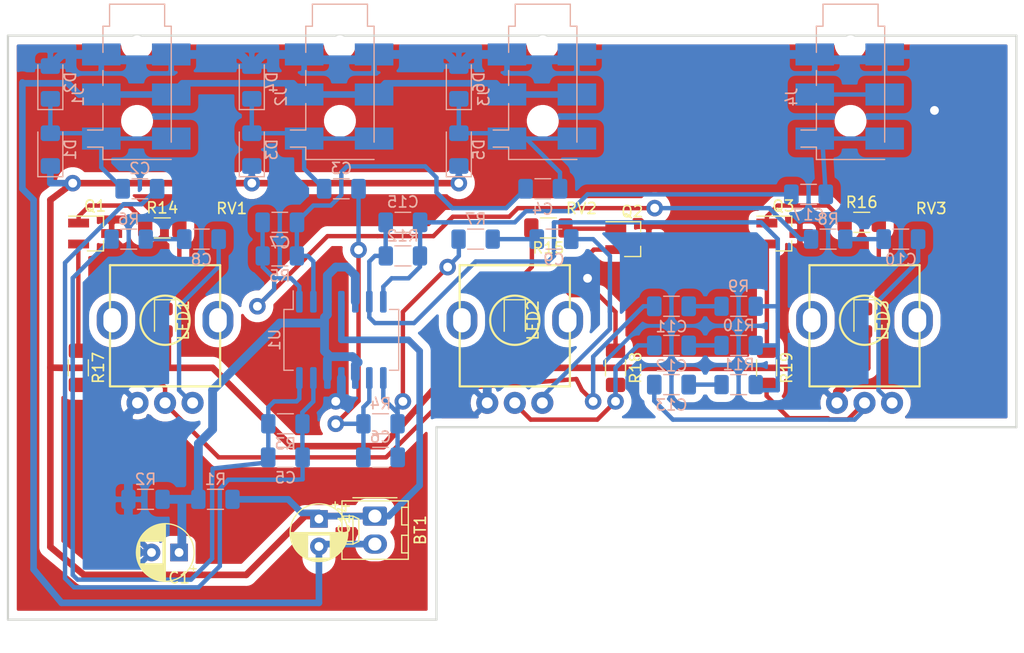
<source format=kicad_pcb>
(kicad_pcb (version 20171130) (host pcbnew 5.1.7-a382d34a8~87~ubuntu20.04.1)
  (layers (0 F.Cu signal hide) (31 B.Cu signal) (34 B.Paste user) (35 F.Paste user) (36 B.SilkS user) (37 F.SilkS user) (38 B.Mask user) (39 F.Mask user) (44 Edge.Cuts user))
  (net 0 "")
  (net 1 GNDswitch)
  (net 2 GND)
  (net 3 4.5V)
  (net 4 "Net-(C2-Pad1)")
  (net 5 "Net-(C2-Pad2)")
  (net 6 "Net-(C3-Pad2)")
  (net 7 "Net-(C3-Pad1)")
  (net 8 "Net-(C4-Pad1)")
  (net 9 "Net-(C4-Pad2)")
  (net 10 "Net-(C5-Pad1)")
  (net 11 "Net-(C6-Pad1)")
  (net 12 "Net-(C7-Pad1)")
  (net 13 "Net-(C8-Pad2)")
  (net 14 "Net-(C8-Pad1)")
  (net 15 "Net-(C9-Pad1)")
  (net 16 "Net-(C9-Pad2)")
  (net 17 "Net-(C10-Pad1)")
  (net 18 "Net-(C10-Pad2)")
  (net 19 "Net-(C11-Pad2)")
  (net 20 "Net-(C12-Pad2)")
  (net 21 "Net-(C13-Pad2)")
  (net 22 "Net-(C15-Pad2)")
  (net 23 "Net-(C15-Pad1)")
  (net 24 "Net-(C17-Pad2)")
  (net 25 +9V)
  (net 26 "Net-(LED1-Pad1)")
  (net 27 "Net-(LED2-Pad1)")
  (net 28 "Net-(LED3-Pad1)")
  (net 29 "Net-(J4-PadR)")
  (net 30 "Net-(Q1-Pad2)")
  (net 31 "Net-(Q1-Pad1)")
  (net 32 "Net-(Q2-Pad1)")
  (net 33 "Net-(Q2-Pad2)")
  (net 34 "Net-(Q3-Pad2)")
  (net 35 "Net-(Q3-Pad1)")
  (net 36 Sig1)
  (net 37 Sig2)
  (net 38 Sig3)
  (module Capacitor_THT:CP_Radial_D5.0mm_P2.50mm (layer F.Cu) (at 55.88 101.092 180)
    (fp_text reference C1 (at 0 -2.3) (layer F.SilkS))
    (fp_text value 10uF)
    (pad 2 thru_hole circle (at 2.5 0 180) (size 1.6 1.6) (drill 0.8) (layers *.Cu *.Mask) (net 2 GND))
    (pad 1 thru_hole rect (at 0 0 180) (size 1.6 1.6) (drill 0.8) (layers *.Cu *.Mask) (net 3 4.5V))
  )
  (module Capacitor_THT:CP_Radial_D5.0mm_P2.50mm (layer F.Cu) (at 68.58 98.044 270)
    (fp_text reference C14 (at 0 -2.3 270) (layer F.SilkS))
    (fp_text value 100uF)
    (pad 2 thru_hole circle (at 2.5 0 270) (size 1.6 1.6) (drill 0.8) (layers *.Cu *.Mask) (net 1 GNDswitch))
    (pad 1 thru_hole rect (at 0 0 270) (size 1.6 1.6) (drill 0.8) (layers *.Cu *.Mask) (net 25 +9V))
  )
  (module Connector_Molex:Molex_KK-254_AE-6410-02A_1x02_P2.54mm_Vertical (layer F.Cu) (at 73.66 97.79 270)
    (fp_text reference BT1 (at 1.27 -4.12 90) (layer F.SilkS))
    (fp_text value Battery)
    (pad 1 thru_hole roundrect (at 0 0 270) (size 1.74 2.19) (drill 1.19) (layers *.Cu *.Mask) (roundrect_rratio 0.1436775862068966) (net 25 +9V))
    (pad 2 thru_hole oval (at 2.54 0 270) (size 1.74 2.19) (drill 1.19) (layers *.Cu *.Mask) (net 1 GNDswitch))
  )
  (module Diode_SMD:D_1206_3216Metric_Pad1.42x1.75mm_HandSolder (layer B.Cu) (at 44.196 64.516 90)
    (fp_text reference D1 (at 0 1.82 90) (layer B.SilkS) (effects (justify mirror)))
    (fp_text value 1N4148)
    (pad 2 smd roundrect (at 1.4875 0 90) (size 1.425 1.75) (layers B.Cu B.Paste B.Mask) (roundrect_rratio 0.1754385964912281) (net 5 "Net-(C2-Pad2)"))
    (pad 1 smd roundrect (at -1.4875 0 90) (size 1.425 1.75) (layers B.Cu B.Paste B.Mask) (roundrect_rratio 0.1754385964912281) (net 25 +9V))
  )
  (module Diode_SMD:D_1206_3216Metric_Pad1.42x1.75mm_HandSolder (layer B.Cu) (at 44.196 58.42 90)
    (fp_text reference D2 (at 0 1.82 90) (layer B.SilkS) (effects (justify mirror)))
    (fp_text value 1N4148)
    (pad 1 smd roundrect (at -1.4875 0 90) (size 1.425 1.75) (layers B.Cu B.Paste B.Mask) (roundrect_rratio 0.1754385964912281) (net 5 "Net-(C2-Pad2)"))
    (pad 2 smd roundrect (at 1.4875 0 90) (size 1.425 1.75) (layers B.Cu B.Paste B.Mask) (roundrect_rratio 0.1754385964912281) (net 2 GND))
  )
  (module Diode_SMD:D_1206_3216Metric_Pad1.42x1.75mm_HandSolder (layer B.Cu) (at 62.484 64.516 90)
    (fp_text reference D3 (at 0 1.82 90) (layer B.SilkS) (effects (justify mirror)))
    (fp_text value 1N4148)
    (pad 2 smd roundrect (at 1.4875 0 90) (size 1.425 1.75) (layers B.Cu B.Paste B.Mask) (roundrect_rratio 0.1754385964912281) (net 6 "Net-(C3-Pad2)"))
    (pad 1 smd roundrect (at -1.4875 0 90) (size 1.425 1.75) (layers B.Cu B.Paste B.Mask) (roundrect_rratio 0.1754385964912281) (net 25 +9V))
  )
  (module Diode_SMD:D_1206_3216Metric_Pad1.42x1.75mm_HandSolder (layer B.Cu) (at 62.484 58.42 90)
    (fp_text reference D4 (at 0 1.82 90) (layer B.SilkS) (effects (justify mirror)))
    (fp_text value 1N4148)
    (pad 1 smd roundrect (at -1.4875 0 90) (size 1.425 1.75) (layers B.Cu B.Paste B.Mask) (roundrect_rratio 0.1754385964912281) (net 6 "Net-(C3-Pad2)"))
    (pad 2 smd roundrect (at 1.4875 0 90) (size 1.425 1.75) (layers B.Cu B.Paste B.Mask) (roundrect_rratio 0.1754385964912281) (net 2 GND))
  )
  (module Diode_SMD:D_1206_3216Metric_Pad1.42x1.75mm_HandSolder (layer B.Cu) (at 81.28 64.516 90)
    (fp_text reference D5 (at 0 1.82 90) (layer B.SilkS) (effects (justify mirror)))
    (fp_text value 1N4148)
    (pad 1 smd roundrect (at -1.4875 0 90) (size 1.425 1.75) (layers B.Cu B.Paste B.Mask) (roundrect_rratio 0.1754385964912281) (net 25 +9V))
    (pad 2 smd roundrect (at 1.4875 0 90) (size 1.425 1.75) (layers B.Cu B.Paste B.Mask) (roundrect_rratio 0.1754385964912281) (net 9 "Net-(C4-Pad2)"))
  )
  (module Diode_SMD:D_1206_3216Metric_Pad1.42x1.75mm_HandSolder (layer B.Cu) (at 81.28 58.42 90)
    (fp_text reference D6 (at 0 1.82 90) (layer B.SilkS) (effects (justify mirror)))
    (fp_text value 1N4148)
    (pad 2 smd roundrect (at 1.4875 0 90) (size 1.425 1.75) (layers B.Cu B.Paste B.Mask) (roundrect_rratio 0.1754385964912281) (net 2 GND))
    (pad 1 smd roundrect (at -1.4875 0 90) (size 1.425 1.75) (layers B.Cu B.Paste B.Mask) (roundrect_rratio 0.1754385964912281) (net 9 "Net-(C4-Pad2)"))
  )
  (module LED_SMD:LED_0805_2012Metric_Pad1.15x1.40mm_HandSolder (layer F.Cu) (at 54.61 80.01 270)
    (fp_text reference LED1 (at 0 -1.65 90) (layer F.SilkS))
    (fp_text value LED1)
    (pad 1 smd roundrect (at -1.025 0 270) (size 1.15 1.4) (layers F.Cu F.Paste F.Mask) (roundrect_rratio 0.2173904347826087) (net 26 "Net-(LED1-Pad1)"))
    (pad 2 smd roundrect (at 1.025 0 270) (size 1.15 1.4) (layers F.Cu F.Paste F.Mask) (roundrect_rratio 0.2173904347826087) (net 25 +9V))
  )
  (module LED_SMD:LED_0805_2012Metric_Pad1.15x1.40mm_HandSolder (layer F.Cu) (at 86.36 80.01 270)
    (fp_text reference LED2 (at 0 -1.65 90) (layer F.SilkS))
    (fp_text value LED2)
    (pad 1 smd roundrect (at -1.025 0 270) (size 1.15 1.4) (layers F.Cu F.Paste F.Mask) (roundrect_rratio 0.2173904347826087) (net 27 "Net-(LED2-Pad1)"))
    (pad 2 smd roundrect (at 1.025 0 270) (size 1.15 1.4) (layers F.Cu F.Paste F.Mask) (roundrect_rratio 0.2173904347826087) (net 25 +9V))
  )
  (module LED_SMD:LED_0805_2012Metric_Pad1.15x1.40mm_HandSolder (layer F.Cu) (at 118.11 80.01 270)
    (fp_text reference LED3 (at 0 -1.65 90) (layer F.SilkS))
    (fp_text value LED3)
    (pad 2 smd roundrect (at 1.025 0 270) (size 1.15 1.4) (layers F.Cu F.Paste F.Mask) (roundrect_rratio 0.2173904347826087) (net 25 +9V))
    (pad 1 smd roundrect (at -1.025 0 270) (size 1.15 1.4) (layers F.Cu F.Paste F.Mask) (roundrect_rratio 0.2173904347826087) (net 28 "Net-(LED3-Pad1)"))
  )
  (module Resistor_SMD:R_1206_3216Metric_Pad1.30x1.75mm_HandSolder (layer B.Cu) (at 59.182 96.266 180)
    (fp_text reference R1 (at 0 1.82) (layer B.SilkS) (effects (justify mirror)))
    (fp_text value 10k)
    (pad 2 smd roundrect (at 1.55 0 180) (size 1.3 1.75) (layers B.Cu B.Paste B.Mask) (roundrect_rratio 0.1923076923076923) (net 3 4.5V))
    (pad 1 smd roundrect (at -1.55 0 180) (size 1.3 1.75) (layers B.Cu B.Paste B.Mask) (roundrect_rratio 0.1923076923076923) (net 25 +9V))
  )
  (module Resistor_SMD:R_1206_3216Metric_Pad1.30x1.75mm_HandSolder (layer B.Cu) (at 52.832 96.266 180)
    (fp_text reference R2 (at 0 1.82) (layer B.SilkS) (effects (justify mirror)))
    (fp_text value 10k)
    (pad 1 smd roundrect (at -1.55 0 180) (size 1.3 1.75) (layers B.Cu B.Paste B.Mask) (roundrect_rratio 0.1923076923076923) (net 3 4.5V))
    (pad 2 smd roundrect (at 1.55 0 180) (size 1.3 1.75) (layers B.Cu B.Paste B.Mask) (roundrect_rratio 0.1923076923076923) (net 2 GND))
  )
  (module Resistor_SMD:R_1206_3216Metric_Pad1.30x1.75mm_HandSolder (layer B.Cu) (at 65.532 89.408)
    (fp_text reference R3 (at 0 1.82) (layer B.SilkS) (effects (justify mirror)))
    (fp_text value 2.2M)
    (pad 2 smd roundrect (at 1.55 0) (size 1.3 1.75) (layers B.Cu B.Paste B.Mask) (roundrect_rratio 0.1923076923076923) (net 4 "Net-(C2-Pad1)"))
    (pad 1 smd roundrect (at -1.55 0) (size 1.3 1.75) (layers B.Cu B.Paste B.Mask) (roundrect_rratio 0.1923076923076923) (net 10 "Net-(C5-Pad1)"))
  )
  (module Resistor_SMD:R_1206_3216Metric_Pad1.30x1.75mm_HandSolder (layer B.Cu) (at 74.168 89.408 180)
    (fp_text reference R4 (at 0 1.82) (layer B.SilkS) (effects (justify mirror)))
    (fp_text value 2.2M)
    (pad 1 smd roundrect (at -1.55 0 180) (size 1.3 1.75) (layers B.Cu B.Paste B.Mask) (roundrect_rratio 0.1923076923076923) (net 11 "Net-(C6-Pad1)"))
    (pad 2 smd roundrect (at 1.55 0 180) (size 1.3 1.75) (layers B.Cu B.Paste B.Mask) (roundrect_rratio 0.1923076923076923) (net 7 "Net-(C3-Pad1)"))
  )
  (module Resistor_SMD:R_1206_3216Metric_Pad1.30x1.75mm_HandSolder (layer B.Cu) (at 65.024 74.168)
    (fp_text reference R5 (at 0 1.82) (layer B.SilkS) (effects (justify mirror)))
    (fp_text value 2.2M)
    (pad 2 smd roundrect (at 1.55 0) (size 1.3 1.75) (layers B.Cu B.Paste B.Mask) (roundrect_rratio 0.1923076923076923) (net 8 "Net-(C4-Pad1)"))
    (pad 1 smd roundrect (at -1.55 0) (size 1.3 1.75) (layers B.Cu B.Paste B.Mask) (roundrect_rratio 0.1923076923076923) (net 12 "Net-(C7-Pad1)"))
  )
  (module Resistor_SMD:R_1206_3216Metric_Pad1.30x1.75mm_HandSolder (layer B.Cu) (at 51.308 72.644 180)
    (fp_text reference R6 (at 0 1.82) (layer B.SilkS) (effects (justify mirror)))
    (fp_text value 1k)
    (pad 1 smd roundrect (at -1.55 0 180) (size 1.3 1.75) (layers B.Cu B.Paste B.Mask) (roundrect_rratio 0.1923076923076923) (net 14 "Net-(C8-Pad1)"))
    (pad 2 smd roundrect (at 1.55 0 180) (size 1.3 1.75) (layers B.Cu B.Paste B.Mask) (roundrect_rratio 0.1923076923076923) (net 10 "Net-(C5-Pad1)"))
  )
  (module Resistor_SMD:R_1206_3216Metric_Pad1.30x1.75mm_HandSolder (layer B.Cu) (at 82.804 72.644 180)
    (fp_text reference R7 (at 0 1.82) (layer B.SilkS) (effects (justify mirror)))
    (fp_text value 1k)
    (pad 2 smd roundrect (at 1.55 0 180) (size 1.3 1.75) (layers B.Cu B.Paste B.Mask) (roundrect_rratio 0.1923076923076923) (net 11 "Net-(C6-Pad1)"))
    (pad 1 smd roundrect (at -1.55 0 180) (size 1.3 1.75) (layers B.Cu B.Paste B.Mask) (roundrect_rratio 0.1923076923076923) (net 15 "Net-(C9-Pad1)"))
  )
  (module Resistor_SMD:R_1206_3216Metric_Pad1.30x1.75mm_HandSolder (layer B.Cu) (at 114.808 72.644 180)
    (fp_text reference R8 (at 0 1.82) (layer B.SilkS) (effects (justify mirror)))
    (fp_text value 1k)
    (pad 2 smd roundrect (at 1.55 0 180) (size 1.3 1.75) (layers B.Cu B.Paste B.Mask) (roundrect_rratio 0.1923076923076923) (net 12 "Net-(C7-Pad1)"))
    (pad 1 smd roundrect (at -1.55 0 180) (size 1.3 1.75) (layers B.Cu B.Paste B.Mask) (roundrect_rratio 0.1923076923076923) (net 17 "Net-(C10-Pad1)"))
  )
  (module Resistor_SMD:R_1206_3216Metric_Pad1.30x1.75mm_HandSolder (layer B.Cu) (at 106.68 78.74 180)
    (fp_text reference R9 (at 0 1.82) (layer B.SilkS) (effects (justify mirror)))
    (fp_text value 10k)
    (pad 2 smd roundrect (at 1.55 0 180) (size 1.3 1.75) (layers B.Cu B.Paste B.Mask) (roundrect_rratio 0.1923076923076923) (net 19 "Net-(C11-Pad2)"))
    (pad 1 smd roundrect (at -1.55 0 180) (size 1.3 1.75) (layers B.Cu B.Paste B.Mask) (roundrect_rratio 0.1923076923076923) (net 22 "Net-(C15-Pad2)"))
  )
  (module Resistor_SMD:R_1206_3216Metric_Pad1.30x1.75mm_HandSolder (layer B.Cu) (at 106.68 82.296 180)
    (fp_text reference R10 (at 0 1.82) (layer B.SilkS) (effects (justify mirror)))
    (fp_text value 10k)
    (pad 1 smd roundrect (at -1.55 0 180) (size 1.3 1.75) (layers B.Cu B.Paste B.Mask) (roundrect_rratio 0.1923076923076923) (net 22 "Net-(C15-Pad2)"))
    (pad 2 smd roundrect (at 1.55 0 180) (size 1.3 1.75) (layers B.Cu B.Paste B.Mask) (roundrect_rratio 0.1923076923076923) (net 20 "Net-(C12-Pad2)"))
  )
  (module Resistor_SMD:R_1206_3216Metric_Pad1.30x1.75mm_HandSolder (layer B.Cu) (at 106.68 85.852 180)
    (fp_text reference R11 (at 0 1.82) (layer B.SilkS) (effects (justify mirror)))
    (fp_text value 10k)
    (pad 1 smd roundrect (at -1.55 0 180) (size 1.3 1.75) (layers B.Cu B.Paste B.Mask) (roundrect_rratio 0.1923076923076923) (net 22 "Net-(C15-Pad2)"))
    (pad 2 smd roundrect (at 1.55 0 180) (size 1.3 1.75) (layers B.Cu B.Paste B.Mask) (roundrect_rratio 0.1923076923076923) (net 21 "Net-(C13-Pad2)"))
  )
  (module Resistor_SMD:R_1206_3216Metric_Pad1.30x1.75mm_HandSolder (layer B.Cu) (at 76.2 74.168 180)
    (fp_text reference R12 (at 0 1.82) (layer B.SilkS) (effects (justify mirror)))
    (fp_text value 10k)
    (pad 1 smd roundrect (at -1.55 0 180) (size 1.3 1.75) (layers B.Cu B.Paste B.Mask) (roundrect_rratio 0.1923076923076923) (net 23 "Net-(C15-Pad1)"))
    (pad 2 smd roundrect (at 1.55 0 180) (size 1.3 1.75) (layers B.Cu B.Paste B.Mask) (roundrect_rratio 0.1923076923076923) (net 22 "Net-(C15-Pad2)"))
  )
  (module Resistor_SMD:R_1206_3216Metric_Pad1.30x1.75mm_HandSolder (layer F.Cu) (at 54.356 71.628)
    (fp_text reference R14 (at 0 -1.82) (layer F.SilkS))
    (fp_text value 1k)
    (pad 2 smd roundrect (at 1.55 0) (size 1.3 1.75) (layers F.Cu F.Paste F.Mask) (roundrect_rratio 0.1923076923076923) (net 26 "Net-(LED1-Pad1)"))
    (pad 1 smd roundrect (at -1.55 0) (size 1.3 1.75) (layers F.Cu F.Paste F.Mask) (roundrect_rratio 0.1923076923076923) (net 31 "Net-(Q1-Pad1)"))
  )
  (module Resistor_SMD:R_1206_3216Metric_Pad1.30x1.75mm_HandSolder (layer F.Cu) (at 89.408 71.628 180)
    (fp_text reference R15 (at 0 -1.82) (layer F.SilkS))
    (fp_text value 1k)
    (pad 2 smd roundrect (at 1.55 0 180) (size 1.3 1.75) (layers F.Cu F.Paste F.Mask) (roundrect_rratio 0.1923076923076923) (net 27 "Net-(LED2-Pad1)"))
    (pad 1 smd roundrect (at -1.55 0 180) (size 1.3 1.75) (layers F.Cu F.Paste F.Mask) (roundrect_rratio 0.1923076923076923) (net 32 "Net-(Q2-Pad1)"))
  )
  (module Resistor_SMD:R_1206_3216Metric_Pad1.30x1.75mm_HandSolder (layer F.Cu) (at 117.856 71.12)
    (fp_text reference R16 (at 0 -1.82) (layer F.SilkS))
    (fp_text value 1k)
    (pad 1 smd roundrect (at -1.55 0) (size 1.3 1.75) (layers F.Cu F.Paste F.Mask) (roundrect_rratio 0.1923076923076923) (net 35 "Net-(Q3-Pad1)"))
    (pad 2 smd roundrect (at 1.55 0) (size 1.3 1.75) (layers F.Cu F.Paste F.Mask) (roundrect_rratio 0.1923076923076923) (net 28 "Net-(LED3-Pad1)"))
  )
  (module Package_SO:SO-14_5.3x10.2mm_P1.27mm (layer B.Cu) (at 70.612 81.788 270)
    (fp_text reference U1 (at 0 6.05 90) (layer B.SilkS) (effects (justify mirror)))
    (fp_text value TL074)
    (pad 1 smd roundrect (at -3.4625 3.81 270) (size 1.975 0.6) (layers B.Cu B.Paste B.Mask) (net 12 "Net-(C7-Pad1)"))
    (pad 2 smd roundrect (at -3.4625 2.54 270) (size 1.975 0.6) (layers B.Cu B.Paste B.Mask) (net 8 "Net-(C4-Pad1)"))
    (pad 3 smd roundrect (at -3.4625 1.27 270) (size 1.975 0.6) (layers B.Cu B.Paste B.Mask) (net 3 4.5V))
    (pad 4 smd roundrect (at -3.4625 0 270) (size 1.975 0.6) (layers B.Cu B.Paste B.Mask) (net 25 +9V))
    (pad 5 smd roundrect (at -3.4625 -1.27 270) (size 1.975 0.6) (layers B.Cu B.Paste B.Mask) (net 3 4.5V))
    (pad 6 smd roundrect (at -3.4625 -2.54 270) (size 1.975 0.6) (layers B.Cu B.Paste B.Mask) (net 22 "Net-(C15-Pad2)"))
    (pad 7 smd roundrect (at -3.4625 -3.81 270) (size 1.975 0.6) (layers B.Cu B.Paste B.Mask) (net 23 "Net-(C15-Pad1)"))
    (pad 8 smd roundrect (at 3.4625 -3.81 270) (size 1.975 0.6) (layers B.Cu B.Paste B.Mask) (net 11 "Net-(C6-Pad1)"))
    (pad 9 smd roundrect (at 3.4625 -2.54 270) (size 1.975 0.6) (layers B.Cu B.Paste B.Mask) (net 7 "Net-(C3-Pad1)"))
    (pad 10 smd roundrect (at 3.4625 -1.27 270) (size 1.975 0.6) (layers B.Cu B.Paste B.Mask) (net 3 4.5V))
    (pad 11 smd roundrect (at 3.4625 0 270) (size 1.975 0.6) (layers B.Cu B.Paste B.Mask) (net 2 GND))
    (pad 12 smd roundrect (at 3.4625 1.27 270) (size 1.975 0.6) (layers B.Cu B.Paste B.Mask) (net 3 4.5V))
    (pad 13 smd roundrect (at 3.4625 2.54 270) (size 1.975 0.6) (layers B.Cu B.Paste B.Mask) (net 4 "Net-(C2-Pad1)"))
    (pad 14 smd roundrect (at 3.4625 3.81 270) (size 1.975 0.6) (layers B.Cu B.Paste B.Mask) (net 10 "Net-(C5-Pad1)"))
  )
  (module Capacitor_SMD:C_1206_3216Metric_Pad1.33x1.80mm_HandSolder (layer B.Cu) (at 52.324 68.072 180)
    (fp_text reference C2 (at 0 1.85) (layer B.SilkS) (effects (justify mirror)))
    (fp_text value 100nF)
    (pad 1 smd roundrect (at -1.5625 0 180) (size 1.325 1.8) (layers B.Cu B.Paste B.Mask) (roundrect_rratio 0.1886784905660377) (net 4 "Net-(C2-Pad1)"))
    (pad 2 smd roundrect (at 1.5625 0 180) (size 1.325 1.8) (layers B.Cu B.Paste B.Mask) (roundrect_rratio 0.1886784905660377) (net 5 "Net-(C2-Pad2)"))
  )
  (module Capacitor_SMD:C_1206_3216Metric_Pad1.33x1.80mm_HandSolder (layer B.Cu) (at 70.612 68.072 180)
    (fp_text reference C3 (at 0 1.85) (layer B.SilkS) (effects (justify mirror)))
    (fp_text value 100nF)
    (pad 1 smd roundrect (at -1.5625 0 180) (size 1.325 1.8) (layers B.Cu B.Paste B.Mask) (roundrect_rratio 0.1886784905660377) (net 7 "Net-(C3-Pad1)"))
    (pad 2 smd roundrect (at 1.5625 0 180) (size 1.325 1.8) (layers B.Cu B.Paste B.Mask) (roundrect_rratio 0.1886784905660377) (net 6 "Net-(C3-Pad2)"))
  )
  (module Capacitor_SMD:C_1206_3216Metric_Pad1.33x1.80mm_HandSolder (layer B.Cu) (at 88.9 68.072)
    (fp_text reference C4 (at 0 1.85) (layer B.SilkS) (effects (justify mirror)))
    (fp_text value 100nF)
    (pad 1 smd roundrect (at -1.5625 0) (size 1.325 1.8) (layers B.Cu B.Paste B.Mask) (roundrect_rratio 0.1886784905660377) (net 8 "Net-(C4-Pad1)"))
    (pad 2 smd roundrect (at 1.5625 0) (size 1.325 1.8) (layers B.Cu B.Paste B.Mask) (roundrect_rratio 0.1886784905660377) (net 9 "Net-(C4-Pad2)"))
  )
  (module Capacitor_SMD:C_1206_3216Metric_Pad1.33x1.80mm_HandSolder (layer B.Cu) (at 65.532 92.456)
    (fp_text reference C5 (at 0 1.85) (layer B.SilkS) (effects (justify mirror)))
    (fp_text value 1nF)
    (pad 2 smd roundrect (at 1.5625 0) (size 1.325 1.8) (layers B.Cu B.Paste B.Mask) (roundrect_rratio 0.1886784905660377) (net 4 "Net-(C2-Pad1)"))
    (pad 1 smd roundrect (at -1.5625 0) (size 1.325 1.8) (layers B.Cu B.Paste B.Mask) (roundrect_rratio 0.1886784905660377) (net 10 "Net-(C5-Pad1)"))
  )
  (module Capacitor_SMD:C_1206_3216Metric_Pad1.33x1.80mm_HandSolder (layer B.Cu) (at 74.168 92.456 180)
    (fp_text reference C6 (at 0 1.85) (layer B.SilkS) (effects (justify mirror)))
    (fp_text value 1nF)
    (pad 1 smd roundrect (at -1.5625 0 180) (size 1.325 1.8) (layers B.Cu B.Paste B.Mask) (roundrect_rratio 0.1886784905660377) (net 11 "Net-(C6-Pad1)"))
    (pad 2 smd roundrect (at 1.5625 0 180) (size 1.325 1.8) (layers B.Cu B.Paste B.Mask) (roundrect_rratio 0.1886784905660377) (net 7 "Net-(C3-Pad1)"))
  )
  (module Capacitor_SMD:C_1206_3216Metric_Pad1.33x1.80mm_HandSolder (layer B.Cu) (at 65.024 71.12)
    (fp_text reference C7 (at 0 1.85) (layer B.SilkS) (effects (justify mirror)))
    (fp_text value 1nF)
    (pad 2 smd roundrect (at 1.5625 0) (size 1.325 1.8) (layers B.Cu B.Paste B.Mask) (roundrect_rratio 0.1886784905660377) (net 8 "Net-(C4-Pad1)"))
    (pad 1 smd roundrect (at -1.5625 0) (size 1.325 1.8) (layers B.Cu B.Paste B.Mask) (roundrect_rratio 0.1886784905660377) (net 12 "Net-(C7-Pad1)"))
  )
  (module Capacitor_SMD:C_1206_3216Metric_Pad1.33x1.80mm_HandSolder (layer B.Cu) (at 57.912 72.644)
    (fp_text reference C8 (at 0 1.85) (layer B.SilkS) (effects (justify mirror)))
    (fp_text value 1uF)
    (pad 1 smd roundrect (at -1.5625 0) (size 1.325 1.8) (layers B.Cu B.Paste B.Mask) (roundrect_rratio 0.1886784905660377) (net 14 "Net-(C8-Pad1)"))
    (pad 2 smd roundrect (at 1.5625 0) (size 1.325 1.8) (layers B.Cu B.Paste B.Mask) (roundrect_rratio 0.1886784905660377) (net 13 "Net-(C8-Pad2)"))
  )
  (module Capacitor_SMD:C_1206_3216Metric_Pad1.33x1.80mm_HandSolder (layer B.Cu) (at 89.916 72.644)
    (fp_text reference C9 (at 0 1.85) (layer B.SilkS) (effects (justify mirror)))
    (fp_text value 1uF)
    (pad 1 smd roundrect (at -1.5625 0) (size 1.325 1.8) (layers B.Cu B.Paste B.Mask) (roundrect_rratio 0.1886784905660377) (net 15 "Net-(C9-Pad1)"))
    (pad 2 smd roundrect (at 1.5625 0) (size 1.325 1.8) (layers B.Cu B.Paste B.Mask) (roundrect_rratio 0.1886784905660377) (net 16 "Net-(C9-Pad2)"))
  )
  (module Capacitor_SMD:C_1206_3216Metric_Pad1.33x1.80mm_HandSolder (layer B.Cu) (at 121.412 72.644)
    (fp_text reference C10 (at 0 1.85) (layer B.SilkS) (effects (justify mirror)))
    (fp_text value 1uF)
    (pad 2 smd roundrect (at 1.5625 0) (size 1.325 1.8) (layers B.Cu B.Paste B.Mask) (roundrect_rratio 0.1886784905660377) (net 18 "Net-(C10-Pad2)"))
    (pad 1 smd roundrect (at -1.5625 0) (size 1.325 1.8) (layers B.Cu B.Paste B.Mask) (roundrect_rratio 0.1886784905660377) (net 17 "Net-(C10-Pad1)"))
  )
  (module Capacitor_SMD:C_1206_3216Metric_Pad1.33x1.80mm_HandSolder (layer B.Cu) (at 100.584 78.74)
    (fp_text reference C11 (at 0 1.85) (layer B.SilkS) (effects (justify mirror)))
    (fp_text value 1uF)
    (pad 2 smd roundrect (at 1.5625 0) (size 1.325 1.8) (layers B.Cu B.Paste B.Mask) (roundrect_rratio 0.1886784905660377) (net 19 "Net-(C11-Pad2)"))
    (pad 1 smd roundrect (at -1.5625 0) (size 1.325 1.8) (layers B.Cu B.Paste B.Mask) (roundrect_rratio 0.1886784905660377) (net 36 Sig1))
  )
  (module Capacitor_SMD:C_1206_3216Metric_Pad1.33x1.80mm_HandSolder (layer B.Cu) (at 100.584 82.296)
    (fp_text reference C12 (at 0 1.85) (layer B.SilkS) (effects (justify mirror)))
    (fp_text value 1uF)
    (pad 2 smd roundrect (at 1.5625 0) (size 1.325 1.8) (layers B.Cu B.Paste B.Mask) (roundrect_rratio 0.1886784905660377) (net 20 "Net-(C12-Pad2)"))
    (pad 1 smd roundrect (at -1.5625 0) (size 1.325 1.8) (layers B.Cu B.Paste B.Mask) (roundrect_rratio 0.1886784905660377) (net 37 Sig2))
  )
  (module Capacitor_SMD:C_1206_3216Metric_Pad1.33x1.80mm_HandSolder (layer B.Cu) (at 100.584 85.852)
    (fp_text reference C13 (at 0 1.85) (layer B.SilkS) (effects (justify mirror)))
    (fp_text value 1uF)
    (pad 2 smd roundrect (at 1.5625 0) (size 1.325 1.8) (layers B.Cu B.Paste B.Mask) (roundrect_rratio 0.1886784905660377) (net 21 "Net-(C13-Pad2)"))
    (pad 1 smd roundrect (at -1.5625 0) (size 1.325 1.8) (layers B.Cu B.Paste B.Mask) (roundrect_rratio 0.1886784905660377) (net 38 Sig3))
  )
  (module Capacitor_SMD:C_1206_3216Metric_Pad1.33x1.80mm_HandSolder (layer B.Cu) (at 76.2 71.12 180)
    (fp_text reference C15 (at 0 1.85) (layer B.SilkS) (effects (justify mirror)))
    (fp_text value 100pF)
    (pad 2 smd roundrect (at 1.5625 0 180) (size 1.325 1.8) (layers B.Cu B.Paste B.Mask) (roundrect_rratio 0.1886784905660377) (net 22 "Net-(C15-Pad2)"))
    (pad 1 smd roundrect (at -1.5625 0 180) (size 1.325 1.8) (layers B.Cu B.Paste B.Mask) (roundrect_rratio 0.1886784905660377) (net 23 "Net-(C15-Pad1)"))
  )
  (module Capacitor_SMD:C_1206_3216Metric_Pad1.33x1.80mm_HandSolder (layer B.Cu) (at 113.03 68.58)
    (fp_text reference C17 (at 0 1.85) (layer B.SilkS) (effects (justify mirror)))
    (fp_text value 10uF)
    (pad 1 smd roundrect (at -1.5625 0) (size 1.325 1.8) (layers B.Cu B.Paste B.Mask) (roundrect_rratio 0.1886784905660377) (net 23 "Net-(C15-Pad1)"))
    (pad 2 smd roundrect (at 1.5625 0) (size 1.325 1.8) (layers B.Cu B.Paste B.Mask) (roundrect_rratio 0.1886784905660377) (net 24 "Net-(C17-Pad2)"))
  )
  (module 3Channel-PiezoAmp:Jack_3.5mm_dusjagr_Horizontal (layer B.Cu) (at 52.07 59.69 270)
    (fp_text reference J1 (at 0.05 5.35 90) (layer B.SilkS) (effects (justify mirror)))
    (fp_text value InputJack1)
    (pad R smd rect (at -0.175 -3.1 270) (size 2 3.5) (layers B.Cu B.Paste B.Mask) (net 1 GNDswitch))
    (pad T smd rect (at 3.825 -3.1 270) (size 2 3.5) (layers B.Cu B.Paste B.Mask) (net 5 "Net-(C2-Pad2)"))
    (pad S smd rect (at -3.81 -3.1 270) (size 2 3.5) (layers B.Cu B.Paste B.Mask) (net 2 GND))
    (pad S smd rect (at -3.81 3.25 270) (size 2 3.5) (layers B.Cu B.Paste B.Mask) (net 2 GND))
    (pad T smd rect (at 3.825 3.25 270) (size 2 3.5) (layers B.Cu B.Paste B.Mask) (net 5 "Net-(C2-Pad2)"))
    (pad R smd rect (at -0.175 3.25 270) (size 2 3.5) (layers B.Cu B.Paste B.Mask) (net 1 GNDswitch))
    (pad "" np_thru_hole circle (at -4.775 0 270) (size 1.5 1.5) (drill 1.5) (layers *.Cu *.Mask))
    (pad "" np_thru_hole circle (at 2.225 0 270) (size 1.5 1.5) (drill 1.5) (layers *.Cu *.Mask))
  )
  (module 3Channel-PiezoAmp:Jack_3.5mm_dusjagr_Horizontal (layer B.Cu) (at 70.485 59.69 270)
    (fp_text reference J2 (at 0.05 5.35 90) (layer B.SilkS) (effects (justify mirror)))
    (fp_text value InputJack2)
    (pad "" np_thru_hole circle (at 2.225 0 270) (size 1.5 1.5) (drill 1.5) (layers *.Cu *.Mask))
    (pad "" np_thru_hole circle (at -4.775 0 270) (size 1.5 1.5) (drill 1.5) (layers *.Cu *.Mask))
    (pad R smd rect (at -0.175 3.25 270) (size 2 3.5) (layers B.Cu B.Paste B.Mask) (net 1 GNDswitch))
    (pad T smd rect (at 3.825 3.25 270) (size 2 3.5) (layers B.Cu B.Paste B.Mask) (net 6 "Net-(C3-Pad2)"))
    (pad S smd rect (at -3.81 3.25 270) (size 2 3.5) (layers B.Cu B.Paste B.Mask) (net 2 GND))
    (pad S smd rect (at -3.81 -3.1 270) (size 2 3.5) (layers B.Cu B.Paste B.Mask) (net 2 GND))
    (pad T smd rect (at 3.825 -3.1 270) (size 2 3.5) (layers B.Cu B.Paste B.Mask) (net 6 "Net-(C3-Pad2)"))
    (pad R smd rect (at -0.175 -3.1 270) (size 2 3.5) (layers B.Cu B.Paste B.Mask) (net 1 GNDswitch))
  )
  (module 3Channel-PiezoAmp:Jack_3.5mm_dusjagr_Horizontal (layer B.Cu) (at 88.9 59.69 270)
    (fp_text reference J3 (at 0.05 5.35 90) (layer B.SilkS) (effects (justify mirror)))
    (fp_text value InputJack3)
    (pad R smd rect (at -0.175 -3.1 270) (size 2 3.5) (layers B.Cu B.Paste B.Mask) (net 1 GNDswitch))
    (pad T smd rect (at 3.825 -3.1 270) (size 2 3.5) (layers B.Cu B.Paste B.Mask) (net 9 "Net-(C4-Pad2)"))
    (pad S smd rect (at -3.81 -3.1 270) (size 2 3.5) (layers B.Cu B.Paste B.Mask) (net 2 GND))
    (pad S smd rect (at -3.81 3.25 270) (size 2 3.5) (layers B.Cu B.Paste B.Mask) (net 2 GND))
    (pad T smd rect (at 3.825 3.25 270) (size 2 3.5) (layers B.Cu B.Paste B.Mask) (net 9 "Net-(C4-Pad2)"))
    (pad R smd rect (at -0.175 3.25 270) (size 2 3.5) (layers B.Cu B.Paste B.Mask) (net 1 GNDswitch))
    (pad "" np_thru_hole circle (at -4.775 0 270) (size 1.5 1.5) (drill 1.5) (layers *.Cu *.Mask))
    (pad "" np_thru_hole circle (at 2.225 0 270) (size 1.5 1.5) (drill 1.5) (layers *.Cu *.Mask))
  )
  (module 3Channel-PiezoAmp:Jack_3.5mm_dusjagr_Horizontal (layer B.Cu) (at 116.84 59.69 270)
    (fp_text reference J4 (at 0.05 5.35 90) (layer B.SilkS) (effects (justify mirror)))
    (fp_text value OutputJack1)
    (pad "" np_thru_hole circle (at 2.225 0 270) (size 1.5 1.5) (drill 1.5) (layers *.Cu *.Mask))
    (pad "" np_thru_hole circle (at -4.775 0 270) (size 1.5 1.5) (drill 1.5) (layers *.Cu *.Mask))
    (pad R smd rect (at -0.175 3.25 270) (size 2 3.5) (layers B.Cu B.Paste B.Mask) (net 29 "Net-(J4-PadR)"))
    (pad T smd rect (at 3.825 3.25 270) (size 2 3.5) (layers B.Cu B.Paste B.Mask) (net 24 "Net-(C17-Pad2)"))
    (pad S smd rect (at -3.81 3.25 270) (size 2 3.5) (layers B.Cu B.Paste B.Mask) (net 2 GND))
    (pad S smd rect (at -3.81 -3.1 270) (size 2 3.5) (layers B.Cu B.Paste B.Mask) (net 2 GND))
    (pad T smd rect (at 3.825 -3.1 270) (size 2 3.5) (layers B.Cu B.Paste B.Mask) (net 24 "Net-(C17-Pad2)"))
    (pad R smd rect (at -0.175 -3.1 270) (size 2 3.5) (layers B.Cu B.Paste B.Mask) (net 29 "Net-(J4-PadR)"))
  )
  (module Resistor_SMD:R_1206_3216Metric_Pad1.30x1.75mm_HandSolder (layer F.Cu) (at 46.736 84.328 270)
    (fp_text reference R17 (at 0 -1.82 90) (layer F.SilkS))
    (fp_text value 4.7k)
    (pad 2 smd roundrect (at 1.55 0 270) (size 1.3 1.75) (layers F.Cu F.Paste F.Mask) (roundrect_rratio 0.192308) (net 36 Sig1))
    (pad 1 smd roundrect (at -1.55 0 270) (size 1.3 1.75) (layers F.Cu F.Paste F.Mask) (roundrect_rratio 0.192308) (net 30 "Net-(Q1-Pad2)"))
  )
  (module Resistor_SMD:R_1206_3216Metric_Pad1.30x1.75mm_HandSolder (layer F.Cu) (at 95.504 84.328 270)
    (fp_text reference R18 (at 0 -1.82 90) (layer F.SilkS))
    (fp_text value 4.7k)
    (pad 1 smd roundrect (at -1.55 0 270) (size 1.3 1.75) (layers F.Cu F.Paste F.Mask) (roundrect_rratio 0.192308) (net 33 "Net-(Q2-Pad2)"))
    (pad 2 smd roundrect (at 1.55 0 270) (size 1.3 1.75) (layers F.Cu F.Paste F.Mask) (roundrect_rratio 0.192308) (net 37 Sig2))
  )
  (module Resistor_SMD:R_1206_3216Metric_Pad1.30x1.75mm_HandSolder (layer F.Cu) (at 109.22 84.328 270)
    (fp_text reference R19 (at 0 -1.82 90) (layer F.SilkS))
    (fp_text value 4.7k)
    (pad 2 smd roundrect (at 1.55 0 270) (size 1.3 1.75) (layers F.Cu F.Paste F.Mask) (roundrect_rratio 0.192308) (net 38 Sig3))
    (pad 1 smd roundrect (at -1.55 0 270) (size 1.3 1.75) (layers F.Cu F.Paste F.Mask) (roundrect_rratio 0.192308) (net 34 "Net-(Q3-Pad2)"))
  )
  (module Package_TO_SOT_SMD:SOT-23_Handsoldering (layer F.Cu) (at 48.26 72.136)
    (fp_text reference Q1 (at 0 -2.5) (layer F.SilkS))
    (fp_text value BC547)
    (pad 1 smd rect (at -1.5 -0.95) (size 1.9 0.8) (layers F.Cu F.Paste F.Mask) (net 31 "Net-(Q1-Pad1)"))
    (pad 2 smd rect (at -1.5 0.95) (size 1.9 0.8) (layers F.Cu F.Paste F.Mask) (net 30 "Net-(Q1-Pad2)"))
    (pad 3 smd rect (at 1.5 0) (size 1.9 0.8) (layers F.Cu F.Paste F.Mask) (net 2 GND))
  )
  (module Package_TO_SOT_SMD:SOT-23_Handsoldering (layer F.Cu) (at 97.028 72.644)
    (fp_text reference Q2 (at 0 -2.5) (layer F.SilkS))
    (fp_text value BC547)
    (pad 3 smd rect (at 1.5 0) (size 1.9 0.8) (layers F.Cu F.Paste F.Mask) (net 2 GND))
    (pad 2 smd rect (at -1.5 0.95) (size 1.9 0.8) (layers F.Cu F.Paste F.Mask) (net 33 "Net-(Q2-Pad2)"))
    (pad 1 smd rect (at -1.5 -0.95) (size 1.9 0.8) (layers F.Cu F.Paste F.Mask) (net 32 "Net-(Q2-Pad1)"))
  )
  (module Package_TO_SOT_SMD:SOT-23_Handsoldering (layer F.Cu) (at 110.744 72.136)
    (fp_text reference Q3 (at 0 -2.5) (layer F.SilkS))
    (fp_text value BC547)
    (pad 1 smd rect (at -1.5 -0.95) (size 1.9 0.8) (layers F.Cu F.Paste F.Mask) (net 35 "Net-(Q3-Pad1)"))
    (pad 2 smd rect (at -1.5 0.95) (size 1.9 0.8) (layers F.Cu F.Paste F.Mask) (net 34 "Net-(Q3-Pad2)"))
    (pad 3 smd rect (at 1.5 0) (size 1.9 0.8) (layers F.Cu F.Paste F.Mask) (net 2 GND))
  )
  (module 3Channel-PiezoAmp:RD901F-ALPHA-3D (layer F.Cu) (at 54.61 80.01)
    (fp_text reference RV1 (at 6.05 -10.15) (layer F.SilkS))
    (fp_text value Pot1)
    (pad "" thru_hole oval (at 4.8 0) (size 2.8 3.5) (drill oval 1.6 2.2) (layers *.Cu *.Mask))
    (pad "" thru_hole oval (at -4.8 0) (size 2.8 3.5) (drill oval 1.6 2.2) (layers *.Cu *.Mask))
    (pad 1 thru_hole circle (at 2.5 7.5) (size 2 2) (drill 1) (layers *.Cu *.Mask) (net 13 "Net-(C8-Pad2)"))
    (pad 2 thru_hole circle (at 0 7.5) (size 2 2) (drill 1) (layers *.Cu *.Mask) (net 36 Sig1))
    (pad 3 thru_hole circle (at -2.5 7.5) (size 2 2) (drill 1) (layers *.Cu *.Mask) (net 2 GND))
  )
  (module 3Channel-PiezoAmp:RD901F-ALPHA-3D (layer F.Cu) (at 86.36 80.01)
    (fp_text reference RV2 (at 6.05 -10.15) (layer F.SilkS))
    (fp_text value Pot2)
    (pad "" thru_hole oval (at 4.8 0) (size 2.8 3.5) (drill oval 1.6 2.2) (layers *.Cu *.Mask))
    (pad "" thru_hole oval (at -4.8 0) (size 2.8 3.5) (drill oval 1.6 2.2) (layers *.Cu *.Mask))
    (pad 1 thru_hole circle (at 2.5 7.5) (size 2 2) (drill 1) (layers *.Cu *.Mask) (net 16 "Net-(C9-Pad2)"))
    (pad 2 thru_hole circle (at 0 7.5) (size 2 2) (drill 1) (layers *.Cu *.Mask) (net 37 Sig2))
    (pad 3 thru_hole circle (at -2.5 7.5) (size 2 2) (drill 1) (layers *.Cu *.Mask) (net 2 GND))
  )
  (module 3Channel-PiezoAmp:RD901F-ALPHA-3D (layer F.Cu) (at 118.11 80.01)
    (fp_text reference RV3 (at 6.05 -10.15) (layer F.SilkS))
    (fp_text value Pot3)
    (pad 3 thru_hole circle (at -2.5 7.5) (size 2 2) (drill 1) (layers *.Cu *.Mask) (net 2 GND))
    (pad 2 thru_hole circle (at 0 7.5) (size 2 2) (drill 1) (layers *.Cu *.Mask) (net 38 Sig3))
    (pad 1 thru_hole circle (at 2.5 7.5) (size 2 2) (drill 1) (layers *.Cu *.Mask) (net 18 "Net-(C10-Pad2)"))
    (pad "" thru_hole oval (at -4.8 0) (size 2.8 3.5) (drill oval 1.6 2.2) (layers *.Cu *.Mask))
    (pad "" thru_hole oval (at 4.8 0) (size 2.8 3.5) (drill oval 1.6 2.2) (layers *.Cu *.Mask))
  )
  (gr_line (start 79.248 89.717245) (end 79.248 107.188) (layer Edge.Cuts) (width 0.2))
  (gr_line (start 40.34598 107.188) (end 40.34598 54.169544) (layer Edge.Cuts) (width 0.2))
  (gr_line (start 131.893877 54.169544) (end 131.893877 89.717245) (layer Edge.Cuts) (width 0.2))
  (gr_line (start 40.34598 54.169544) (end 131.893877 54.169544) (layer Edge.Cuts) (width 0.2))
  (gr_line (start 131.893877 89.717245) (end 79.248 89.717245) (layer Edge.Cuts) (width 0.2))
  (gr_line (start 79.248 107.188) (end 40.34598 107.188) (layer Edge.Cuts) (width 0.2))
  (segment (start 68.8725 100.33) (end 68.58 100.6225) (width 0.6) (layer B.Cu) (net 1))
  (segment (start 73.66 100.33) (end 68.8725 100.33) (width 0.6) (layer B.Cu) (net 1))
  (segment (start 48.82 59.515) (end 46.815 59.515) (width 0.6) (layer B.Cu) (net 1))
  (segment (start 45.79499 58.49499) (end 41.73099 58.49499) (width 0.6) (layer B.Cu) (net 1))
  (segment (start 46.815 59.515) (end 45.79499 58.49499) (width 0.6) (layer B.Cu) (net 1))
  (segment (start 66.21499 58.49499) (end 67.235 59.515) (width 0.6) (layer B.Cu) (net 1))
  (segment (start 56.19001 58.49499) (end 66.21499 58.49499) (width 0.6) (layer B.Cu) (net 1))
  (segment (start 55.17 59.515) (end 56.19001 58.49499) (width 0.6) (layer B.Cu) (net 1))
  (segment (start 84.62999 58.49499) (end 85.65 59.515) (width 0.6) (layer B.Cu) (net 1))
  (segment (start 74.60501 58.49499) (end 84.62999 58.49499) (width 0.6) (layer B.Cu) (net 1))
  (segment (start 73.585 59.515) (end 74.60501 58.49499) (width 0.6) (layer B.Cu) (net 1))
  (segment (start 67.235 59.515) (end 73.585 59.515) (width 0.6) (layer B.Cu) (net 1))
  (segment (start 85.65 59.515) (end 92 59.515) (width 0.6) (layer B.Cu) (net 1))
  (segment (start 48.82 59.515) (end 55.17 59.515) (width 0.6) (layer B.Cu) (net 1))
  (segment (start 42.672 69.088) (end 41.656 68.072) (width 0.6) (layer B.Cu) (net 1))
  (segment (start 42.672 102.616) (end 42.672 69.088) (width 0.6) (layer B.Cu) (net 1))
  (segment (start 45.212 105.664) (end 42.672 102.616) (width 0.6) (layer B.Cu) (net 1))
  (segment (start 68.58 105.664) (end 45.212 105.664) (width 0.6) (layer B.Cu) (net 1))
  (segment (start 41.656 68.072) (end 41.656 58.42) (width 0.6) (layer B.Cu) (net 1))
  (segment (start 68.58 100.6225) (end 68.58 105.664) (width 0.6) (layer B.Cu) (net 1))
  (segment (start 51.282 96.266) (end 51.282 100.05) (width 0.8) (layer B.Cu) (net 2))
  (segment (start 51.282 88.498) (end 52.15 87.63) (width 0.8) (layer B.Cu) (net 2))
  (segment (start 51.282 96.266) (end 51.282 88.498) (width 0.8) (layer B.Cu) (net 2))
  (segment (start 45.2485 55.88) (end 44.196 56.9325) (width 0.8) (layer B.Cu) (net 2))
  (segment (start 48.82 55.88) (end 45.2485 55.88) (width 0.8) (layer B.Cu) (net 2))
  (segment (start 54.684999 56.365001) (end 55.17 55.88) (width 0.8) (layer B.Cu) (net 2))
  (segment (start 49.305001 56.365001) (end 54.684999 56.365001) (width 0.8) (layer B.Cu) (net 2))
  (segment (start 48.82 55.88) (end 49.305001 56.365001) (width 0.8) (layer B.Cu) (net 2))
  (segment (start 73.099999 56.365001) (end 73.585 55.88) (width 0.8) (layer B.Cu) (net 2))
  (segment (start 67.720001 56.365001) (end 73.099999 56.365001) (width 0.8) (layer B.Cu) (net 2))
  (segment (start 67.235 55.88) (end 67.720001 56.365001) (width 0.8) (layer B.Cu) (net 2))
  (segment (start 63.5365 55.88) (end 62.484 56.9325) (width 0.8) (layer B.Cu) (net 2))
  (segment (start 67.235 55.88) (end 63.5365 55.88) (width 0.8) (layer B.Cu) (net 2))
  (segment (start 82.3325 55.88) (end 81.28 56.9325) (width 0.8) (layer B.Cu) (net 2))
  (segment (start 85.65 55.88) (end 82.3325 55.88) (width 0.8) (layer B.Cu) (net 2))
  (segment (start 91.514999 56.365001) (end 92 55.88) (width 0.8) (layer B.Cu) (net 2))
  (segment (start 86.135001 56.365001) (end 91.514999 56.365001) (width 0.8) (layer B.Cu) (net 2))
  (segment (start 85.65 55.88) (end 86.135001 56.365001) (width 0.8) (layer B.Cu) (net 2))
  (segment (start 92 55.88) (end 113.59 55.88) (width 0.8) (layer B.Cu) (net 2))
  (segment (start 114.075001 56.365001) (end 113.59 55.88) (width 0.8) (layer B.Cu) (net 2))
  (segment (start 119.454999 56.365001) (end 114.075001 56.365001) (width 0.8) (layer B.Cu) (net 2))
  (segment (start 119.94 55.88) (end 119.454999 56.365001) (width 0.8) (layer B.Cu) (net 2))
  (segment (start 61.4315 55.88) (end 62.484 56.9325) (width 0.8) (layer B.Cu) (net 2))
  (segment (start 55.17 55.88) (end 61.4315 55.88) (width 0.8) (layer B.Cu) (net 2))
  (segment (start 80.2275 55.88) (end 81.28 56.9325) (width 0.8) (layer B.Cu) (net 2))
  (segment (start 73.585 55.88) (end 80.2275 55.88) (width 0.8) (layer B.Cu) (net 2))
  (segment (start 119.94 55.88) (end 123.444 55.88) (width 0.8) (layer B.Cu) (net 2))
  (segment (start 123.444 55.88) (end 124.46 56.896) (width 0.8) (layer B.Cu) (net 2))
  (segment (start 126.492 85.344) (end 126.492 69.596) (width 0.8) (layer F.Cu) (net 2))
  (segment (start 125.984 85.852) (end 126.492 85.344) (width 0.8) (layer F.Cu) (net 2))
  (segment (start 126.492 69.596) (end 125.476 68.58) (width 0.8) (layer F.Cu) (net 2))
  (segment (start 116.332 85.852) (end 125.984 85.852) (width 0.8) (layer F.Cu) (net 2))
  (segment (start 115.65 86.534) (end 116.332 85.852) (width 0.8) (layer F.Cu) (net 2))
  (segment (start 115.65 87.63) (end 115.65 86.534) (width 0.8) (layer F.Cu) (net 2))
  (segment (start 124.46 56.896) (end 124.46 60.96) (width 0.8) (layer B.Cu) (net 2))
  (via (at 124.46 60.96) (size 1.5) (drill 0.8) (layers F.Cu B.Cu) (net 2))
  (segment (start 124.46 68.58) (end 124.46 60.96) (width 0.8) (layer F.Cu) (net 2))
  (segment (start 125.476 68.58) (end 124.46 68.58) (width 0.8) (layer F.Cu) (net 2))
  (segment (start 51.282 100.05) (end 52.324 101.092) (width 0.8) (layer B.Cu) (net 2))
  (segment (start 70.612 85.2505) (end 70.612 86.868) (width 0.8) (layer B.Cu) (net 2))
  (via (at 70.104 87.376) (size 1.5) (drill 0.8) (layers F.Cu B.Cu) (net 2))
  (segment (start 70.612 86.868) (end 70.104 87.376) (width 0.8) (layer B.Cu) (net 2))
  (segment (start 115.316 67.056) (end 116.84 68.58) (width 0.8) (layer F.Cu) (net 2))
  (segment (start 83.86 87.51) (end 83.86 82.764) (width 0.8) (layer B.Cu) (net 2))
  (via (at 92.964 76.2) (size 1.5) (drill 0.8) (layers F.Cu B.Cu) (net 2))
  (segment (start 90.424 76.2) (end 92.964 76.2) (width 0.8) (layer B.Cu) (net 2))
  (segment (start 83.86 82.764) (end 90.424 76.2) (width 0.8) (layer B.Cu) (net 2))
  (segment (start 92.964 76.2) (end 100.076 76.2) (width 0.8) (layer F.Cu) (net 2))
  (segment (start 104.14 72.136) (end 104.14 67.056) (width 0.8) (layer F.Cu) (net 2))
  (segment (start 100.076 76.2) (end 104.14 72.136) (width 0.8) (layer F.Cu) (net 2))
  (segment (start 104.14 67.056) (end 115.316 67.056) (width 0.8) (layer F.Cu) (net 2))
  (segment (start 49.76 72.136) (end 49.76 72.62) (width 0.8) (layer F.Cu) (net 2))
  (segment (start 49.76 72.62) (end 51.308 74.168) (width 0.8) (layer F.Cu) (net 2))
  (segment (start 54.55599 72.44401) (end 54.55599 69.90401) (width 0.8) (layer F.Cu) (net 2))
  (segment (start 52.832 74.168) (end 54.55599 72.44401) (width 0.8) (layer F.Cu) (net 2))
  (segment (start 51.308 74.168) (end 52.832 74.168) (width 0.8) (layer F.Cu) (net 2))
  (segment (start 54.55599 69.90401) (end 54.864 69.596) (width 0.8) (layer F.Cu) (net 2))
  (segment (start 54.864 69.596) (end 57.912 69.596) (width 0.8) (layer F.Cu) (net 2))
  (segment (start 57.912 69.596) (end 60.96 69.596) (width 0.8) (layer F.Cu) (net 2))
  (segment (start 60.96 69.596) (end 83.312 69.596) (width 0.8) (layer F.Cu) (net 2))
  (segment (start 83.312 69.596) (end 83.312 69.088) (width 0.8) (layer F.Cu) (net 2))
  (segment (start 83.312 69.088) (end 84.328 69.088) (width 0.8) (layer F.Cu) (net 2))
  (segment (start 118.05599 68.77999) (end 117.856 68.58) (width 0.8) (layer F.Cu) (net 2))
  (segment (start 117.348 73.66) (end 118.05599 72.95201) (width 0.8) (layer F.Cu) (net 2))
  (segment (start 114.808 73.66) (end 117.348 73.66) (width 0.8) (layer F.Cu) (net 2))
  (segment (start 113.284 72.136) (end 114.808 73.66) (width 0.8) (layer F.Cu) (net 2))
  (segment (start 112.244 72.136) (end 113.284 72.136) (width 0.8) (layer F.Cu) (net 2))
  (segment (start 117.856 68.58) (end 116.84 68.58) (width 0.8) (layer F.Cu) (net 2))
  (segment (start 124.46 68.58) (end 117.856 68.58) (width 0.8) (layer F.Cu) (net 2))
  (segment (start 52.806 71.628) (end 52.806 71.146) (width 0.8) (layer F.Cu) (net 31))
  (segment (start 56.134 96.266) (end 57.632 96.266) (width 0.8) (layer B.Cu) (net 3))
  (segment (start 54.382 96.266) (end 56.134 96.266) (width 0.8) (layer B.Cu) (net 3))
  (segment (start 57.632 96.266) (end 57.632 91.212) (width 0.8) (layer B.Cu) (net 3))
  (segment (start 57.632 91.212) (end 58.928 89.916) (width 0.8) (layer B.Cu) (net 3))
  (segment (start 58.928 89.916) (end 58.928 86.36) (width 0.8) (layer B.Cu) (net 3))
  (segment (start 58.928 86.36) (end 65.024 80.264) (width 0.8) (layer B.Cu) (net 3))
  (segment (start 65.024 80.264) (end 69.088 80.264) (width 0.8) (layer B.Cu) (net 3))
  (segment (start 69.342 79.502) (end 69.342 78.3255) (width 0.8) (layer B.Cu) (net 3))
  (segment (start 69.088 79.756) (end 69.342 79.502) (width 0.8) (layer B.Cu) (net 3))
  (segment (start 69.088 80.264) (end 69.088 79.756) (width 0.8) (layer B.Cu) (net 3))
  (segment (start 69.342 78.3255) (end 69.342 75.946) (width 0.8) (layer B.Cu) (net 3))
  (segment (start 69.342 75.946) (end 70.104 75.184) (width 0.8) (layer B.Cu) (net 3))
  (segment (start 70.104 75.184) (end 71.12 75.184) (width 0.8) (layer B.Cu) (net 3))
  (segment (start 71.882 75.946) (end 71.882 78.3255) (width 0.8) (layer B.Cu) (net 3))
  (segment (start 71.12 75.184) (end 71.882 75.946) (width 0.8) (layer B.Cu) (net 3))
  (segment (start 69.088 80.264) (end 69.088 82.804) (width 0.8) (layer B.Cu) (net 3))
  (segment (start 69.088 82.804) (end 69.596 83.312) (width 0.8) (layer B.Cu) (net 3))
  (segment (start 69.342 83.566) (end 69.342 85.2505) (width 0.8) (layer B.Cu) (net 3))
  (segment (start 69.596 83.312) (end 69.342 83.566) (width 0.8) (layer B.Cu) (net 3))
  (segment (start 69.596 83.312) (end 71.628 83.312) (width 0.8) (layer B.Cu) (net 3))
  (segment (start 71.628 83.312) (end 72.136 83.82) (width 0.8) (layer B.Cu) (net 3))
  (segment (start 71.882 84.074) (end 71.882 85.2505) (width 0.8) (layer B.Cu) (net 3))
  (segment (start 72.136 83.82) (end 71.882 84.074) (width 0.8) (layer B.Cu) (net 3))
  (segment (start 56.134 100.8765) (end 55.9185 101.092) (width 0.8) (layer B.Cu) (net 3))
  (segment (start 56.134 96.266) (end 56.134 100.8765) (width 0.8) (layer B.Cu) (net 3))
  (segment (start 68.072 85.2505) (end 68.072 87.376) (width 0.4) (layer B.Cu) (net 4))
  (segment (start 68.072 87.376) (end 67.056 88.392) (width 0.4) (layer B.Cu) (net 4))
  (segment (start 67.082 88.418) (end 67.082 89.408) (width 0.4) (layer B.Cu) (net 4))
  (segment (start 67.056 88.392) (end 67.082 88.418) (width 0.4) (layer B.Cu) (net 4))
  (segment (start 67.082 92.4435) (end 67.0945 92.456) (width 0.4) (layer B.Cu) (net 4))
  (segment (start 67.082 89.408) (end 67.082 92.4435) (width 0.4) (layer B.Cu) (net 4))
  (segment (start 67.0945 94.4495) (end 67.0945 92.456) (width 0.4) (layer B.Cu) (net 4))
  (segment (start 60.34699 94.488) (end 66.548 94.488) (width 0.4) (layer B.Cu) (net 4))
  (segment (start 59.58199 95.330332) (end 60.34699 94.488) (width 0.4) (layer B.Cu) (net 4))
  (segment (start 59.58199 102.32801) (end 59.58199 95.330332) (width 0.4) (layer B.Cu) (net 4))
  (segment (start 57.65401 104.25599) (end 59.58199 102.32801) (width 0.4) (layer B.Cu) (net 4))
  (segment (start 46.34399 104.25599) (end 57.65401 104.25599) (width 0.4) (layer B.Cu) (net 4))
  (segment (start 66.548 94.488) (end 67.0945 94.4495) (width 0.4) (layer B.Cu) (net 4))
  (segment (start 45.52799 74.788332) (end 45.52799 103.43999) (width 0.4) (layer B.Cu) (net 4))
  (segment (start 45.52799 103.43999) (end 46.34399 104.25599) (width 0.4) (layer B.Cu) (net 4))
  (segment (start 50.844312 69.47201) (end 45.52799 74.788332) (width 0.4) (layer B.Cu) (net 4))
  (segment (start 52.48649 69.47201) (end 50.844312 69.47201) (width 0.4) (layer B.Cu) (net 4))
  (segment (start 53.8865 68.072) (end 52.48649 69.47201) (width 0.4) (layer B.Cu) (net 4))
  (segment (start 44.196 59.9075) (end 44.196 63.0285) (width 0.4) (layer B.Cu) (net 5))
  (segment (start 48.3335 63.0285) (end 48.82 63.515) (width 0.4) (layer B.Cu) (net 5))
  (segment (start 44.196 63.0285) (end 48.3335 63.0285) (width 0.4) (layer B.Cu) (net 5))
  (segment (start 48.82 66.1305) (end 50.7615 68.072) (width 0.4) (layer B.Cu) (net 5))
  (segment (start 48.82 63.515) (end 48.82 66.1305) (width 0.4) (layer B.Cu) (net 5))
  (segment (start 48.82 63.515) (end 55.17 63.515) (width 0.4) (layer B.Cu) (net 5))
  (segment (start 62.484 59.9075) (end 62.484 63.0285) (width 0.4) (layer B.Cu) (net 6))
  (segment (start 66.7485 63.0285) (end 67.235 63.515) (width 0.4) (layer B.Cu) (net 6))
  (segment (start 62.484 63.0285) (end 66.7485 63.0285) (width 0.4) (layer B.Cu) (net 6))
  (segment (start 67.235 66.2575) (end 69.0495 68.072) (width 0.4) (layer B.Cu) (net 6))
  (segment (start 67.235 63.515) (end 67.235 66.2575) (width 0.4) (layer B.Cu) (net 6))
  (segment (start 67.235 63.515) (end 73.585 63.515) (width 0.4) (layer B.Cu) (net 6))
  (segment (start 72.618 92.4435) (end 72.6055 92.456) (width 0.4) (layer B.Cu) (net 7))
  (segment (start 72.618 89.408) (end 72.618 92.4435) (width 0.4) (layer B.Cu) (net 7))
  (segment (start 72.618 87.91) (end 72.618 89.408) (width 0.4) (layer B.Cu) (net 7))
  (segment (start 73.152 87.376) (end 72.618 87.91) (width 0.4) (layer B.Cu) (net 7))
  (segment (start 73.152 85.2505) (end 73.152 87.376) (width 0.4) (layer B.Cu) (net 7))
  (segment (start 72.1745 68.072) (end 72.1745 73.6215) (width 0.4) (layer B.Cu) (net 7))
  (via (at 72.1745 73.6215) (size 1.5) (drill 0.8) (layers F.Cu B.Cu) (net 7))
  (segment (start 72.1745 73.6215) (end 72.1745 87.3375) (width 0.4) (layer F.Cu) (net 7))
  (via (at 70.104 89.408) (size 1.5) (drill 0.8) (layers F.Cu B.Cu) (net 7))
  (segment (start 72.1745 87.3375) (end 70.104 89.408) (width 0.4) (layer F.Cu) (net 7))
  (segment (start 72.618 89.408) (end 70.104 89.408) (width 0.4) (layer B.Cu) (net 7))
  (segment (start 68.072 78.3255) (end 68.072 74.676) (width 0.4) (layer B.Cu) (net 8))
  (segment (start 68.072 74.676) (end 67.564 74.168) (width 0.4) (layer B.Cu) (net 8))
  (segment (start 67.564 74.168) (end 66.574 74.168) (width 0.4) (layer B.Cu) (net 8))
  (segment (start 66.574 71.1325) (end 66.5865 71.12) (width 0.4) (layer B.Cu) (net 8))
  (segment (start 66.574 74.168) (end 66.574 71.1325) (width 0.4) (layer B.Cu) (net 8))
  (segment (start 66.5865 71.12) (end 66.5865 71.0815) (width 0.4) (layer B.Cu) (net 8))
  (segment (start 80.679999 69.830001) (end 85.579499 69.830001) (width 0.4) (layer B.Cu) (net 8))
  (segment (start 80.445998 69.596) (end 80.679999 69.830001) (width 0.4) (layer B.Cu) (net 8))
  (segment (start 85.579499 69.830001) (end 87.3375 68.072) (width 0.4) (layer B.Cu) (net 8))
  (segment (start 66.5865 71.0815) (end 68.072 69.596) (width 0.4) (layer B.Cu) (net 8))
  (segment (start 69.648678 69.596) (end 70.612 68.632678) (width 0.4) (layer B.Cu) (net 8))
  (segment (start 68.072 69.596) (end 69.648678 69.596) (width 0.4) (layer B.Cu) (net 8))
  (segment (start 70.612 68.632678) (end 70.612 66.548) (width 0.4) (layer B.Cu) (net 8))
  (segment (start 70.612 66.548) (end 71.12 66.04) (width 0.4) (layer B.Cu) (net 8))
  (segment (start 71.12 66.04) (end 78.232 66.04) (width 0.4) (layer B.Cu) (net 8))
  (segment (start 78.232 66.04) (end 79.248 67.056) (width 0.4) (layer B.Cu) (net 8))
  (segment (start 79.248 68.398002) (end 80.679999 69.830001) (width 0.4) (layer B.Cu) (net 8))
  (segment (start 79.248 67.056) (end 79.248 68.398002) (width 0.4) (layer B.Cu) (net 8))
  (segment (start 81.28 59.9075) (end 81.28 63.0285) (width 0.4) (layer B.Cu) (net 9))
  (segment (start 85.1635 63.0285) (end 85.65 63.515) (width 0.4) (layer B.Cu) (net 9))
  (segment (start 81.28 63.0285) (end 85.1635 63.0285) (width 0.4) (layer B.Cu) (net 9))
  (segment (start 85.65 63.515) (end 87.391 63.515) (width 0.4) (layer B.Cu) (net 9))
  (segment (start 90.4625 66.5865) (end 90.4625 68.072) (width 0.4) (layer B.Cu) (net 9))
  (segment (start 87.391 63.515) (end 90.4625 66.5865) (width 0.4) (layer B.Cu) (net 9))
  (segment (start 85.65 63.515) (end 92 63.515) (width 0.4) (layer B.Cu) (net 9))
  (segment (start 66.802 85.2505) (end 66.802 87.122) (width 0.4) (layer B.Cu) (net 10))
  (segment (start 66.802 87.122) (end 66.548 87.376) (width 0.4) (layer B.Cu) (net 10))
  (segment (start 66.548 87.376) (end 64.516 87.376) (width 0.4) (layer B.Cu) (net 10))
  (segment (start 63.982 87.91) (end 63.982 89.408) (width 0.4) (layer B.Cu) (net 10))
  (segment (start 64.516 87.376) (end 63.982 87.91) (width 0.4) (layer B.Cu) (net 10))
  (segment (start 63.982 92.4435) (end 63.9695 92.456) (width 0.4) (layer B.Cu) (net 10))
  (segment (start 63.982 89.408) (end 63.982 92.4435) (width 0.4) (layer B.Cu) (net 10))
  (segment (start 63.982 89.408) (end 63.982 90.283) (width 0.4) (layer B.Cu) (net 10))
  (segment (start 63.5 92.964) (end 63.9695 92.456) (width 0.4) (layer B.Cu) (net 10))
  (segment (start 58.928 93.472) (end 63.5 92.964) (width 0.4) (layer B.Cu) (net 10))
  (segment (start 58.88198 95.040379) (end 58.928 93.472) (width 0.4) (layer B.Cu) (net 10))
  (segment (start 58.88198 101.64602) (end 58.88198 95.040379) (width 0.4) (layer B.Cu) (net 10))
  (segment (start 56.97202 103.55598) (end 58.88198 101.64602) (width 0.4) (layer B.Cu) (net 10))
  (segment (start 46.65998 103.55598) (end 56.97202 103.55598) (width 0.4) (layer B.Cu) (net 10))
  (segment (start 46.228 103.124) (end 46.65998 103.55598) (width 0.4) (layer B.Cu) (net 10))
  (segment (start 46.228 76.174) (end 46.228 103.124) (width 0.4) (layer B.Cu) (net 10))
  (segment (start 49.758 72.644) (end 46.228 76.174) (width 0.4) (layer B.Cu) (net 10))
  (segment (start 75.718 92.4435) (end 75.7305 92.456) (width 0.4) (layer B.Cu) (net 11))
  (segment (start 75.718 89.408) (end 75.718 92.4435) (width 0.4) (layer B.Cu) (net 11))
  (segment (start 74.422 85.2505) (end 74.422 87.122) (width 0.4) (layer B.Cu) (net 11))
  (segment (start 75.718 88.418) (end 75.718 89.408) (width 0.4) (layer B.Cu) (net 11))
  (segment (start 74.422 87.122) (end 75.718 88.418) (width 0.4) (layer B.Cu) (net 11))
  (via (at 76.2 87.376) (size 1.5) (drill 0.8) (layers F.Cu B.Cu) (net 11))
  (segment (start 75.718 87.858) (end 76.2 87.376) (width 0.4) (layer B.Cu) (net 11))
  (segment (start 75.718 89.408) (end 75.718 87.858) (width 0.4) (layer B.Cu) (net 11))
  (via (at 80.264 75.184) (size 1.5) (drill 0.8) (layers F.Cu B.Cu) (net 11))
  (segment (start 76.2 79.248) (end 80.264 75.184) (width 0.4) (layer F.Cu) (net 11))
  (segment (start 76.2 87.376) (end 76.2 79.248) (width 0.4) (layer F.Cu) (net 11))
  (segment (start 80.264 75.184) (end 81.28 74.168) (width 0.4) (layer B.Cu) (net 11))
  (segment (start 81.28 72.67) (end 81.254 72.644) (width 0.4) (layer B.Cu) (net 11))
  (segment (start 81.28 74.168) (end 81.28 72.67) (width 0.4) (layer B.Cu) (net 11))
  (segment (start 63.4615 74.1555) (end 63.474 74.168) (width 0.4) (layer B.Cu) (net 12))
  (segment (start 63.4615 71.12) (end 63.4615 74.1555) (width 0.4) (layer B.Cu) (net 12))
  (segment (start 63.474 74.168) (end 63.474 75.158) (width 0.4) (layer B.Cu) (net 12))
  (segment (start 63.474 75.158) (end 64.516 76.2) (width 0.4) (layer B.Cu) (net 12))
  (segment (start 64.516 76.2) (end 66.04 76.2) (width 0.4) (layer B.Cu) (net 12))
  (segment (start 66.802 76.962) (end 66.802 78.3255) (width 0.4) (layer B.Cu) (net 12))
  (segment (start 66.04 76.2) (end 66.802 76.962) (width 0.4) (layer B.Cu) (net 12))
  (via (at 99.06 69.83) (size 1.5) (drill 0.8) (layers F.Cu B.Cu) (net 12))
  (segment (start 113.258 72.644) (end 112.268 72.644) (width 0.4) (layer B.Cu) (net 12))
  (segment (start 112.268 72.644) (end 109.494 69.87) (width 0.4) (layer B.Cu) (net 12))
  (segment (start 109.494 69.83) (end 99.06 69.83) (width 0.4) (layer B.Cu) (net 12))
  (via (at 62.992 78.74) (size 1.5) (drill 0.8) (layers F.Cu B.Cu) (net 12))
  (segment (start 64.516 77.216) (end 64.516 76.2) (width 0.4) (layer B.Cu) (net 12))
  (segment (start 62.992 78.74) (end 64.516 77.216) (width 0.4) (layer B.Cu) (net 12))
  (segment (start 69.360501 72.371499) (end 62.992 78.74) (width 0.4) (layer F.Cu) (net 12))
  (segment (start 73.895499 72.371499) (end 69.360501 72.371499) (width 0.4) (layer F.Cu) (net 12))
  (segment (start 99.06 69.83) (end 86.634 69.83) (width 0.4) (layer F.Cu) (net 12))
  (segment (start 86.634 69.83) (end 85.852 70.612) (width 0.4) (layer F.Cu) (net 12))
  (segment (start 80.734998 70.612) (end 78.975499 72.371499) (width 0.4) (layer F.Cu) (net 12))
  (segment (start 85.852 70.612) (end 80.734998 70.612) (width 0.4) (layer F.Cu) (net 12))
  (segment (start 73.895499 72.371499) (end 78.975499 72.371499) (width 0.4) (layer F.Cu) (net 12))
  (segment (start 55.88 86.36) (end 57.15 87.63) (width 0.4) (layer B.Cu) (net 13))
  (segment (start 55.88 78.74) (end 55.88 86.36) (width 0.4) (layer B.Cu) (net 13))
  (segment (start 59.4745 75.1455) (end 55.88 78.74) (width 0.4) (layer B.Cu) (net 13))
  (segment (start 59.4745 72.644) (end 59.4745 75.1455) (width 0.4) (layer B.Cu) (net 13))
  (segment (start 52.858 72.644) (end 56.3495 72.644) (width 0.4) (layer B.Cu) (net 14))
  (segment (start 84.354 72.644) (end 88.3535 72.644) (width 0.4) (layer B.Cu) (net 15))
  (segment (start 88.86 86.934038) (end 88.86 87.51) (width 0.4) (layer B.Cu) (net 16))
  (segment (start 94.996 80.798038) (end 88.86 86.934038) (width 0.4) (layer B.Cu) (net 16))
  (segment (start 91.4785 72.644) (end 93.472 72.644) (width 0.4) (layer B.Cu) (net 16))
  (segment (start 93.472 72.644) (end 94.996 74.168) (width 0.4) (layer B.Cu) (net 16))
  (segment (start 94.996 74.168) (end 94.996 79.248) (width 0.4) (layer B.Cu) (net 16))
  (segment (start 94.996 79.248) (end 94.996 80.798038) (width 0.4) (layer B.Cu) (net 16))
  (segment (start 94.996 78.74) (end 94.996 79.248) (width 0.4) (layer B.Cu) (net 16))
  (segment (start 116.358 72.644) (end 119.8495 72.644) (width 0.4) (layer B.Cu) (net 17))
  (segment (start 122.9745 72.644) (end 122.9745 74.6375) (width 0.4) (layer B.Cu) (net 18))
  (segment (start 122.9745 74.6375) (end 119.38 78.232) (width 0.4) (layer B.Cu) (net 18))
  (segment (start 119.38 86.36) (end 120.65 87.63) (width 0.4) (layer B.Cu) (net 18))
  (segment (start 119.38 78.232) (end 119.38 86.36) (width 0.4) (layer B.Cu) (net 18))
  (segment (start 99.0215 78.74) (end 98.044 78.74) (width 0.4) (layer B.Cu) (net 36))
  (segment (start 98.044 78.74) (end 93.472 83.312) (width 0.4) (layer B.Cu) (net 36))
  (via (at 93.472 87.376) (size 1.5) (drill 0.8) (layers F.Cu B.Cu) (net 36))
  (segment (start 93.472 83.312) (end 93.472 87.376) (width 0.4) (layer B.Cu) (net 36))
  (segment (start 92.456 86.36) (end 93.472 87.376) (width 0.4) (layer F.Cu) (net 36))
  (segment (start 91.948 85.344) (end 92.456 86.36) (width 0.4) (layer F.Cu) (net 36))
  (segment (start 74.676 92.456) (end 80.902001 86.229999) (width 0.4) (layer F.Cu) (net 36))
  (segment (start 59.476 92.456) (end 74.676 92.456) (width 0.4) (layer F.Cu) (net 36))
  (segment (start 80.902001 86.229999) (end 91.948 85.344) (width 0.4) (layer F.Cu) (net 36))
  (segment (start 54.65 87.63) (end 59.476 92.456) (width 0.4) (layer F.Cu) (net 36))
  (segment (start 102.1465 78.74) (end 105.13 78.74) (width 0.4) (layer B.Cu) (net 19))
  (segment (start 102.1465 82.296) (end 105.13 82.296) (width 0.4) (layer B.Cu) (net 20))
  (segment (start 99.0215 82.296) (end 97.536 82.296) (width 0.4) (layer B.Cu) (net 37))
  (via (at 95.504 87.376) (size 1.5) (drill 0.8) (layers F.Cu B.Cu) (net 37))
  (segment (start 95.504 84.328) (end 95.504 87.376) (width 0.4) (layer B.Cu) (net 37))
  (segment (start 97.536 82.296) (end 95.504 84.328) (width 0.4) (layer B.Cu) (net 37))
  (segment (start 87.800001 89.030001) (end 86.4 87.63) (width 0.4) (layer F.Cu) (net 37))
  (segment (start 93.849999 89.030001) (end 87.800001 89.030001) (width 0.4) (layer F.Cu) (net 37))
  (segment (start 95.504 87.376) (end 93.849999 89.030001) (width 0.4) (layer F.Cu) (net 37))
  (segment (start 99.0215 85.852) (end 99.0215 87.3375) (width 0.4) (layer B.Cu) (net 38))
  (segment (start 100.714001 89.030001) (end 117.217999 89.030001) (width 0.4) (layer B.Cu) (net 38))
  (segment (start 99.0215 87.3375) (end 100.714001 89.030001) (width 0.4) (layer B.Cu) (net 38))
  (segment (start 118.15 88.098) (end 118.15 87.63) (width 0.4) (layer B.Cu) (net 38))
  (segment (start 117.217999 89.030001) (end 118.15 88.098) (width 0.4) (layer B.Cu) (net 38))
  (segment (start 102.1465 85.852) (end 105.13 85.852) (width 0.4) (layer B.Cu) (net 21))
  (segment (start 74.6375 74.1555) (end 74.65 74.168) (width 0.4) (layer B.Cu) (net 22))
  (segment (start 74.6375 71.12) (end 74.6375 74.1555) (width 0.4) (layer B.Cu) (net 22))
  (segment (start 73.152 78.3255) (end 73.152 74.676) (width 0.4) (layer B.Cu) (net 22))
  (segment (start 73.66 74.168) (end 74.65 74.168) (width 0.4) (layer B.Cu) (net 22))
  (segment (start 73.152 74.676) (end 73.66 74.168) (width 0.4) (layer B.Cu) (net 22))
  (segment (start 108.23 78.74) (end 110.236 78.74) (width 0.4) (layer B.Cu) (net 22))
  (segment (start 110.236 82.296) (end 108.23 82.296) (width 0.4) (layer B.Cu) (net 22))
  (segment (start 110.236 82.296) (end 110.236 86.36) (width 0.4) (layer B.Cu) (net 22))
  (segment (start 108.738 86.36) (end 108.23 85.852) (width 0.4) (layer B.Cu) (net 22))
  (segment (start 110.236 86.36) (end 108.738 86.36) (width 0.4) (layer B.Cu) (net 22))
  (segment (start 108.712 71.12) (end 110.236 72.644) (width 0.4) (layer B.Cu) (net 22))
  (segment (start 89.916 71.12) (end 108.712 71.12) (width 0.4) (layer B.Cu) (net 22))
  (segment (start 89.408 74.676) (end 89.916 74.168) (width 0.4) (layer B.Cu) (net 22))
  (segment (start 82.804 74.676) (end 89.408 74.676) (width 0.4) (layer B.Cu) (net 22))
  (segment (start 77.216 80.264) (end 82.804 74.676) (width 0.4) (layer B.Cu) (net 22))
  (segment (start 110.236 72.644) (end 110.236 79.248) (width 0.4) (layer B.Cu) (net 22))
  (segment (start 89.916 74.168) (end 89.916 71.12) (width 0.4) (layer B.Cu) (net 22))
  (segment (start 73.66 80.264) (end 77.216 80.264) (width 0.4) (layer B.Cu) (net 22))
  (segment (start 73.152 79.756) (end 73.66 80.264) (width 0.4) (layer B.Cu) (net 22))
  (segment (start 73.152 78.3255) (end 73.152 79.756) (width 0.4) (layer B.Cu) (net 22))
  (segment (start 110.236 79.248) (end 110.236 82.296) (width 0.4) (layer B.Cu) (net 22))
  (segment (start 110.236 78.74) (end 110.236 79.248) (width 0.4) (layer B.Cu) (net 22))
  (segment (start 77.7625 74.1555) (end 77.75 74.168) (width 0.4) (layer B.Cu) (net 23))
  (segment (start 77.7625 71.12) (end 77.7625 74.1555) (width 0.4) (layer B.Cu) (net 23))
  (segment (start 74.422 78.3255) (end 74.422 76.962) (width 0.4) (layer B.Cu) (net 23))
  (segment (start 74.422 76.962) (end 75.184 76.2) (width 0.4) (layer B.Cu) (net 23))
  (segment (start 75.184 76.2) (end 76.708 76.2) (width 0.4) (layer B.Cu) (net 23))
  (segment (start 77.75 75.158) (end 77.75 74.168) (width 0.4) (layer B.Cu) (net 23))
  (segment (start 76.708 76.2) (end 77.75 75.158) (width 0.4) (layer B.Cu) (net 23))
  (segment (start 111.4675 68.58) (end 92.964 68.58) (width 0.4) (layer B.Cu) (net 23))
  (segment (start 92.964 68.58) (end 91.44 70.104) (width 0.4) (layer B.Cu) (net 23))
  (segment (start 91.44 70.104) (end 87.376 70.104) (width 0.4) (layer B.Cu) (net 23))
  (segment (start 86.36 71.12) (end 77.7625 71.12) (width 0.4) (layer B.Cu) (net 23))
  (segment (start 87.376 70.104) (end 86.36 71.12) (width 0.4) (layer B.Cu) (net 23))
  (segment (start 119.94 63.515) (end 113.59 63.515) (width 0.4) (layer B.Cu) (net 24))
  (segment (start 114.3 64.008) (end 114.5925 68.58) (width 0.4) (layer B.Cu) (net 24))
  (segment (start 113.59 63.515) (end 114.3 64.008) (width 0.4) (layer B.Cu) (net 24))
  (segment (start 68.8725 97.79) (end 68.58 97.4975) (width 0.6) (layer B.Cu) (net 25))
  (segment (start 73.66 97.79) (end 68.8725 97.79) (width 0.6) (layer B.Cu) (net 25))
  (segment (start 68.58 97.4975) (end 67.0175 97.4975) (width 0.6) (layer B.Cu) (net 25))
  (segment (start 65.786 96.266) (end 60.732 96.266) (width 0.6) (layer B.Cu) (net 25))
  (segment (start 67.0175 97.4975) (end 65.786 96.266) (width 0.6) (layer B.Cu) (net 25))
  (segment (start 76.708 81.788) (end 70.612 81.788) (width 0.6) (layer B.Cu) (net 25))
  (segment (start 77.724 82.804) (end 76.708 81.788) (width 0.6) (layer B.Cu) (net 25))
  (segment (start 77.724 94.996) (end 77.724 82.804) (width 0.6) (layer B.Cu) (net 25))
  (segment (start 70.612 81.788) (end 70.612 78.3255) (width 0.6) (layer B.Cu) (net 25))
  (segment (start 74.93 97.79) (end 77.724 94.996) (width 0.6) (layer B.Cu) (net 25))
  (segment (start 73.66 97.79) (end 74.93 97.79) (width 0.6) (layer B.Cu) (net 25))
  (segment (start 54.864 81.289) (end 54.61 81.035) (width 0.6) (layer F.Cu) (net 25))
  (segment (start 54.864 84.328) (end 54.864 81.289) (width 0.6) (layer F.Cu) (net 25))
  (segment (start 86.36 84.328) (end 86.36 81.035) (width 0.6) (layer F.Cu) (net 25))
  (segment (start 118.364 81.289) (end 118.11 81.035) (width 0.6) (layer F.Cu) (net 25))
  (segment (start 118.364 84.328) (end 118.364 81.289) (width 0.6) (layer F.Cu) (net 25))
  (segment (start 87.361989 84.328) (end 118.364 84.328) (width 0.6) (layer F.Cu) (net 25))
  (segment (start 74.419194 91.44) (end 80.264 84.836) (width 0.6) (layer F.Cu) (net 25))
  (segment (start 80.264 84.836) (end 86.36 84.328) (width 0.6) (layer F.Cu) (net 25))
  (segment (start 66.04 91.44) (end 74.419194 91.44) (width 0.6) (layer F.Cu) (net 25))
  (segment (start 58.928 84.328) (end 66.04 91.44) (width 0.6) (layer F.Cu) (net 25))
  (segment (start 54.864 84.328) (end 58.928 84.328) (width 0.6) (layer F.Cu) (net 25))
  (segment (start 87.361989 84.328) (end 86.36 84.328) (width 0.6) (layer F.Cu) (net 25))
  (segment (start 81.28 66.0035) (end 81.28 67.564) (width 0.6) (layer B.Cu) (net 25))
  (via (at 81.28 67.564) (size 1.5) (drill 0.8) (layers F.Cu B.Cu) (net 25))
  (segment (start 62.484 67.564) (end 62.484 66.0035) (width 0.6) (layer B.Cu) (net 25))
  (segment (start 62.484 67.564) (end 81.28 67.564) (width 0.6) (layer F.Cu) (net 25))
  (via (at 62.484 67.564) (size 1.5) (drill 0.8) (layers F.Cu B.Cu) (net 25))
  (segment (start 44.196 67.564) (end 44.196 66.0035) (width 0.6) (layer B.Cu) (net 25))
  (segment (start 46.228 67.564) (end 62.484 67.564) (width 0.6) (layer F.Cu) (net 25))
  (segment (start 46.228 67.564) (end 44.196 67.564) (width 0.6) (layer B.Cu) (net 25))
  (via (at 46.228 67.564) (size 1.5) (drill 0.8) (layers F.Cu B.Cu) (net 25))
  (segment (start 67.31 97.79) (end 73.66 97.79) (width 0.6) (layer F.Cu) (net 25))
  (segment (start 61.976 103.124) (end 67.31 97.79) (width 0.6) (layer F.Cu) (net 25))
  (segment (start 47.244 103.124) (end 61.976 103.124) (width 0.6) (layer F.Cu) (net 25))
  (segment (start 44.196 100.584) (end 47.244 103.124) (width 0.6) (layer F.Cu) (net 25))
  (segment (start 44.196 84.311067) (end 44.196 100.584) (width 0.6) (layer F.Cu) (net 25))
  (segment (start 45.212 84.328) (end 44.196 84.311067) (width 0.6) (layer F.Cu) (net 25))
  (segment (start 54.864 84.328) (end 45.212 84.328) (width 0.6) (layer F.Cu) (net 25))
  (segment (start 44.196 69.088) (end 44.196 84.311067) (width 0.6) (layer F.Cu) (net 25))
  (segment (start 46.228 67.564) (end 44.196 69.088) (width 0.6) (layer F.Cu) (net 25))
  (segment (start 55.906 71.628) (end 55.906 74.65) (width 0.4) (layer F.Cu) (net 26))
  (segment (start 54.61 75.946) (end 54.61 78.985) (width 0.4) (layer F.Cu) (net 26))
  (segment (start 55.906 74.65) (end 54.61 75.946) (width 0.4) (layer F.Cu) (net 26))
  (segment (start 87.91 71.628) (end 87.91 75.158) (width 0.4) (layer F.Cu) (net 27))
  (segment (start 87.91 75.158) (end 86.36 76.708) (width 0.4) (layer F.Cu) (net 27))
  (segment (start 86.36 76.708) (end 86.36 78.985) (width 0.4) (layer F.Cu) (net 27))
  (segment (start 119.406 71.12) (end 119.406 74.65) (width 0.4) (layer F.Cu) (net 28))
  (segment (start 118.11 75.946) (end 118.11 78.985) (width 0.4) (layer F.Cu) (net 28))
  (segment (start 119.406 74.65) (end 118.11 75.946) (width 0.4) (layer F.Cu) (net 28))
  (segment (start 119.94 59.515) (end 113.59 59.515) (width 0.4) (layer B.Cu) (net 29))
  (segment (start 46.736 73.11) (end 46.76 73.086) (width 0.4) (layer F.Cu) (net 30))
  (segment (start 46.736 82.778) (end 46.736 73.11) (width 0.4) (layer F.Cu) (net 30))
  (segment (start 52.364 71.186) (end 52.806 71.628) (width 0.4) (layer F.Cu) (net 31))
  (segment (start 46.76 71.186) (end 46.76 70.588) (width 0.4) (layer F.Cu) (net 31))
  (segment (start 46.76 70.588) (end 47.752 69.596) (width 0.4) (layer F.Cu) (net 31))
  (segment (start 47.752 69.596) (end 51.308 69.596) (width 0.4) (layer F.Cu) (net 31))
  (segment (start 52.806 71.094) (end 52.806 71.628) (width 0.4) (layer F.Cu) (net 31))
  (segment (start 51.308 69.596) (end 52.806 71.094) (width 0.4) (layer F.Cu) (net 31))
  (segment (start 91.024 71.694) (end 90.958 71.628) (width 0.4) (layer F.Cu) (net 32))
  (segment (start 95.528 71.694) (end 91.024 71.694) (width 0.4) (layer F.Cu) (net 32))
  (segment (start 95.528 73.594) (end 93.538 73.594) (width 0.4) (layer F.Cu) (net 33))
  (segment (start 93.538 73.594) (end 90.932 76.2) (width 0.4) (layer F.Cu) (net 33))
  (segment (start 90.932 76.2) (end 90.932 77.216) (width 0.4) (layer F.Cu) (net 33))
  (segment (start 90.932 77.216) (end 91.44 77.724) (width 0.4) (layer F.Cu) (net 33))
  (segment (start 91.44 77.724) (end 93.98 77.724) (width 0.4) (layer F.Cu) (net 33))
  (segment (start 93.98 77.724) (end 95.504 79.248) (width 0.4) (layer F.Cu) (net 33))
  (segment (start 95.504 79.248) (end 95.504 82.778) (width 0.4) (layer F.Cu) (net 33))
  (segment (start 109.244 82.754) (end 109.22 82.778) (width 0.4) (layer F.Cu) (net 34))
  (segment (start 109.244 73.086) (end 109.244 82.754) (width 0.4) (layer F.Cu) (net 34))
  (segment (start 109.244 71.186) (end 109.244 70.588) (width 0.4) (layer F.Cu) (net 35))
  (segment (start 109.244 70.588) (end 110.236 69.596) (width 0.4) (layer F.Cu) (net 35))
  (segment (start 114.782 69.596) (end 116.306 71.12) (width 0.4) (layer F.Cu) (net 35))
  (segment (start 110.236 69.596) (end 114.782 69.596) (width 0.4) (layer F.Cu) (net 35))
  (segment (start 54.61 87.51) (end 54.61 86.106) (width 0.4) (layer F.Cu) (net 36))
  (segment (start 54.382 85.878) (end 46.736 85.878) (width 0.4) (layer F.Cu) (net 36))
  (segment (start 54.61 86.106) (end 54.382 85.878) (width 0.4) (layer F.Cu) (net 36))
  (segment (start 95.504 85.878) (end 95.504 87.376) (width 0.4) (layer F.Cu) (net 37))
  (segment (start 109.22 85.878) (end 109.22 86.868) (width 0.4) (layer F.Cu) (net 38))
  (segment (start 109.22 86.868) (end 111.252 88.9) (width 0.4) (layer F.Cu) (net 38))
  (segment (start 116.609999 89.010001) (end 118.11 87.51) (width 0.4) (layer F.Cu) (net 38))
  (segment (start 114.779998 88.9) (end 114.889999 89.010001) (width 0.4) (layer F.Cu) (net 38))
  (segment (start 114.889999 89.010001) (end 116.609999 89.010001) (width 0.4) (layer F.Cu) (net 38))
  (segment (start 111.252 88.9) (end 114.779998 88.9) (width 0.4) (layer F.Cu) (net 38))
  (zone (net 2) (net_name GND) (layer B.Cu) (connect_pads (clearance 0.7)) (min_thickness 0.254) (fill yes (arc_segments 32) (thermal_gap 0.508) (thermal_bridge_width 0.508))
    (polygon (pts (xy 132.588 90.424) (xy 80.264 90.424) (xy 80.264 107.696) (xy 39.624 110.236) (xy 39.624 53.34) (xy 132.588 53.34)))
  )
  (zone (net 2) (net_name GND) (layer F.Cu) (connect_pads (clearance 0.7)) (min_thickness 0.254) (fill yes (arc_segments 32) (thermal_gap 0.508) (thermal_bridge_width 0.508))
    (polygon (pts (xy 132.588 89.408) (xy 80.264 89.408) (xy 80.264 106.68) (xy 39.624 109.22) (xy 39.624 52.324) (xy 132.588 52.324)))
  )
)
</source>
